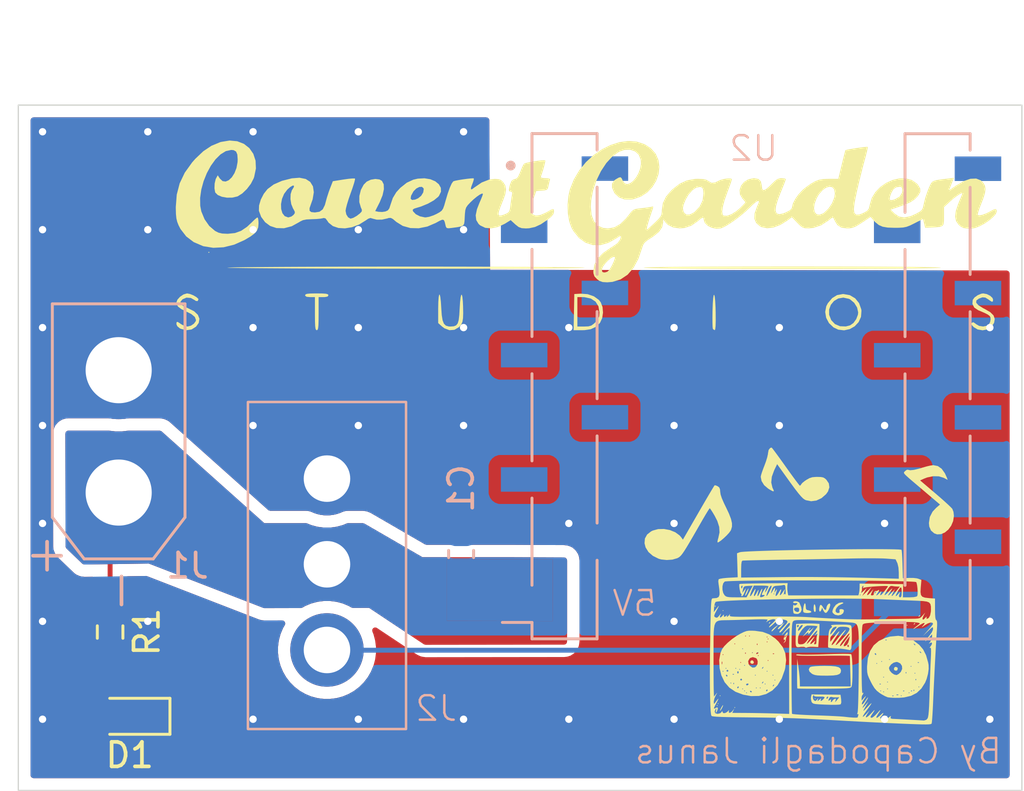
<source format=kicad_pcb>
(kicad_pcb (version 20241229) (generator "pcbnew") (generator_version "9.0")
  (layers (0 "F.Cu" signal) (2 "B.Cu" signal) (13 "F.Paste" user) (15 "B.Paste" user) (5 "F.SilkS" user "F.Silkscreen") (7 "B.SilkS" user "B.Silkscreen") (1 "F.Mask" user) (3 "B.Mask" user) (25 "Edge.Cuts" user))
  (net 0 "")
  (net 1 "GND")
  (net 2 "+5V")
  (net 3 "Net-(D1-A)")
  (net 4 "/Px")
  (footprint "LED_SMD:LED_0603_1608Metric_Pad1.05x0.95mm_HandSolder" (layer "F.Cu") (at 91.535 70.97 180)
    (property "Reference" "D1" (at -0.015 -1.59 0) (layer "F.SilkS"))
    (property "Value" "LED")
    (pad "1" smd roundrect (at -0.875 0 180) (size 1.05 0.95) (layers "F.Cu" "F.Mask" "F.Paste") (net 1 "GND"))
    (pad "2" smd roundrect (at 0.875 0 180) (size 1.05 0.95) (layers "F.Cu" "F.Mask" "F.Paste") (net 3 "Net-(D1-A)"))
  )
  (footprint "img:Logo_Covent" (layer "F.Cu") (at 110.29 51.69)
    (property "Reference" "G***" (hide yes))
    (property "Value" "LOGO" (hide yes))
  )
  (footprint "img:Dessin_CoventGarden" (layer "F.Cu") (at 119.37 65.95)
    (property "Reference" "G***" (hide yes))
    (property "Value" "LOGO" (hide yes))
  )
  (footprint "Resistor_SMD:R_0603_1608Metric_Pad0.98x0.95mm_HandSolder" (layer "F.Cu") (at 90.75 67.5275 -90)
    (property "Reference" "R1" (at 0 -1.5 90) (layer "F.SilkS"))
    (property "Value" "2k5")
    (pad "1" smd roundrect (at -0.9125 0 270) (size 0.975 0.95) (layers "F.Cu" "F.Mask" "F.Paste") (net 2 "+5V"))
    (pad "2" smd roundrect (at 0.9125 0 270) (size 0.975 0.95) (layers "F.Cu" "F.Mask" "F.Paste") (net 3 "Net-(D1-A)"))
  )
  (footprint "ESP32_SuperMini:SuperMini SMT" (layer "B.Cu") (at 116.935 57.49)
    (property "Reference" "U2" (at 0.105 -9.72 0) (layer "B.SilkS") (effects (font (thickness 0.1)) (justify mirror)))
    (property "Value" "~")
    (fp_text user "5V" (at -3.795 9.45 0) (layer "B.SilkS") (effects (font (thickness 0.1)) (justify left bottom mirror)))
    (pad "1" smd rect (at -5.97 -8.895) (size 1.9 1) (layers "B.Cu" "B.Mask" "B.Paste"))
    (pad "2" smd rect (at -9.27 -6.355) (size 1.9 1) (layers "B.Cu" "B.Mask" "B.Paste"))
    (pad "3" smd rect (at -5.97 -3.815) (size 1.9 1) (layers "B.Cu" "B.Mask" "B.Paste"))
    (pad "4" smd rect (at -9.27 -1.275) (size 1.9 1) (layers "B.Cu" "B.Mask" "B.Paste"))
    (pad "5" smd rect (at -5.97 1.265) (size 1.9 1) (layers "B.Cu" "B.Mask" "B.Paste"))
    (pad "6" smd rect (at -9.27 3.805) (size 1.9 1) (layers "B.Cu" "B.Mask" "B.Paste"))
    (pad "7" smd rect (at -5.97 6.345) (size 1.9 1) (layers "B.Cu" "B.Mask" "B.Paste") (net 1 "GND"))
    (pad "8" smd rect (at -9.27 8.885) (size 1.9 1) (layers "B.Cu" "B.Mask" "B.Paste") (net 2 "+5V"))
    (pad "9" smd rect (at 5.97 8.89) (size 1.9 1) (layers "B.Cu" "B.Mask" "B.Paste") (net 4 "/Px"))
    (pad "10" smd rect (at 9.27 6.35) (size 1.9 1) (layers "B.Cu" "B.Mask" "B.Paste"))
    (pad "11" smd rect (at 5.97 3.81) (size 1.9 1) (layers "B.Cu" "B.Mask" "B.Paste"))
    (pad "12" smd rect (at 9.27 1.27) (size 1.9 1) (layers "B.Cu" "B.Mask" "B.Paste"))
    (pad "13" smd rect (at 5.97 -1.27) (size 1.9 1) (layers "B.Cu" "B.Mask" "B.Paste"))
    (pad "14" smd rect (at 9.27 -3.81) (size 1.9 1) (layers "B.Cu" "B.Mask" "B.Paste"))
    (pad "15" smd rect (at 5.97 -6.35) (size 1.9 1) (layers "B.Cu" "B.Mask" "B.Paste"))
    (pad "16" smd rect (at 9.27 -8.89) (size 1.9 1) (layers "B.Cu" "B.Mask" "B.Paste"))
  )
  (footprint "Conn:MR30_F" (layer "B.Cu") (at 99.61 64.76 90)
    (property "Reference" "J2" (at -5.89 4.46 0) (layer "B.SilkS") (effects (font (thickness 0.1)) (justify mirror)))
    (property "Value" "Conn_01x03")
    (pad "1" thru_hole circle (at -3.5 0 90) (size 3 3) (drill 1.9) (layers "*.Cu" "*.Mask") (net 4 "/Px"))
    (pad "2" thru_hole circle (at 0 0 90) (size 3 3) (drill 1.9) (layers "*.Cu" "*.Mask") (net 2 "+5V"))
    (pad "3" thru_hole circle (at 3.5 0 90) (size 3 3) (drill 1.9) (layers "*.Cu" "*.Mask") (net 1 "GND"))
  )
  (footprint "Connector_AMASS:AMASS_XT30U-F_1x02_P5.0mm_Vertical" (layer "B.Cu") (at 91.1 61.83 90)
    (property "Reference" "J1" (at -2.99 2.81 180) (layer "B.SilkS") (effects (justify mirror)))
    (property "Value" "Conn_01x02")
    (fp_text user "-" (at -4 0 90) (layer "B.SilkS") (effects (font (size 1.5 1.5)) (justify mirror)))
    (fp_text user "+" (at -2.58 -3.04 90) (layer "B.SilkS") (effects (font (size 1.5 1.5)) (justify mirror)))
    (pad "1" thru_hole roundrect (at 0 0 90) (size 3.8 3.8) (drill 2.7) (layers "*.Cu" "*.Mask") (roundrect_rratio 0.2) (net 2 "+5V"))
    (pad "2" thru_hole circle (at 5 0 90) (size 4 4) (drill 2.7) (layers "*.Cu" "*.Mask") (net 1 "GND"))
  )
  (footprint "Capacitor_SMD:C_0603_1608Metric_Pad1.08x0.95mm_HandSolder" (layer "B.Cu") (at 105.09 64.34 90)
    (property "Reference" "C1" (at 2.68 0 90) (layer "B.SilkS") (effects (justify mirror)))
    (property "Value" "100n")
    (pad "1" smd roundrect (at -0.8625 0 90) (size 1.075 0.95) (layers "B.Cu" "B.Mask" "B.Paste") (net 2 "+5V"))
    (pad "2" smd roundrect (at 0.8625 0 90) (size 1.075 0.95) (layers "B.Cu" "B.Mask" "B.Paste") (net 1 "GND"))
  )
  (gr_rect (start 87 46) (end 128 74) (stroke (width 0.05)) (fill no) (layer "Edge.Cuts"))
  (gr_text "By Capodagli Janus\n" (at 127.25 72.98 0) (layer "B.SilkS") (effects (font (size 1 1) (thickness 0.1)) (justify left bottom mirror)))
  (via (at 118.09 63.09) (size 0.6) (drill 0.3) (layers "F.Cu" "B.Cu") (net 1))
  (via (at 105.19 71.09) (size 0.6) (drill 0.3) (layers "F.Cu" "B.Cu") (net 1))
  (via (at 113.79 71.09) (size 0.6) (drill 0.3) (layers "F.Cu" "B.Cu") (net 1))
  (via (at 87.99 47.09) (size 0.6) (drill 0.3) (layers "F.Cu" "B.Cu") (net 1))
  (via (at 122.39 71.09) (size 0.6) (drill 0.3) (layers "F.Cu" "B.Cu") (net 1))
  (via (at 87.99 55.09) (size 0.6) (drill 0.3) (layers "F.Cu" "B.Cu") (net 1))
  (via (at 100.89 71.09) (size 0.6) (drill 0.3) (layers "F.Cu" "B.Cu") (net 1))
  (via (at 87.99 51.09) (size 0.6) (drill 0.3) (layers "F.Cu" "B.Cu") (net 1))
  (via (at 87.99 71.09) (size 0.6) (drill 0.3) (layers "F.Cu" "B.Cu") (net 1))
  (via (at 126.69 71.09) (size 0.6) (drill 0.3) (layers "F.Cu" "B.Cu") (net 1))
  (via (at 109.49 63.09) (size 0.6) (drill 0.3) (layers "F.Cu" "B.Cu") (net 1))
  (via (at 118.09 71.09) (size 0.6) (drill 0.3) (layers "F.Cu" "B.Cu") (net 1))
  (via (at 92.29 67.09) (size 0.6) (drill 0.3) (layers "F.Cu" "B.Cu") (net 1))
  (via (at 96.59 59.09) (size 0.6) (drill 0.3) (layers "F.Cu" "B.Cu") (net 1))
  (via (at 96.59 55.09) (size 0.6) (drill 0.3) (layers "F.Cu" "B.Cu") (net 1))
  (via (at 113.79 63.09) (size 0.6) (drill 0.3) (layers "F.Cu" "B.Cu") (net 1))
  (via (at 118.09 67.09) (size 0.6) (drill 0.3) (layers "F.Cu" "B.Cu") (net 1))
  (via (at 105.19 47.09) (size 0.6) (drill 0.3) (layers "F.Cu" "B.Cu") (net 1))
  (via (at 118.09 55.09) (size 0.6) (drill 0.3) (layers "F.Cu" "B.Cu") (net 1))
  (via (at 92.29 51.09) (size 0.6) (drill 0.3) (layers "F.Cu" "B.Cu") (net 1))
  (via (at 105.19 59.09) (size 0.6) (drill 0.3) (layers "F.Cu" "B.Cu") (net 1))
  (via (at 113.79 59.09) (size 0.6) (drill 0.3) (layers "F.Cu" "B.Cu") (net 1))
  (via (at 92.29 47.09) (size 0.6) (drill 0.3) (layers "F.Cu" "B.Cu") (net 1))
  (via (at 105.19 51.09) (size 0.6) (drill 0.3) (layers "F.Cu" "B.Cu") (net 1))
  (via (at 113.79 55.09) (size 0.6) (drill 0.3) (layers "F.Cu" "B.Cu") (net 1))
  (via (at 122.39 59.09) (size 0.6) (drill 0.3) (layers "F.Cu" "B.Cu") (net 1))
  (via (at 100.89 47.09) (size 0.6) (drill 0.3) (layers "F.Cu" "B.Cu") (net 1))
  (via (at 96.59 71.09) (size 0.6) (drill 0.3) (layers "F.Cu" "B.Cu") (net 1))
  (via (at 100.89 59.09) (size 0.6) (drill 0.3) (layers "F.Cu" "B.Cu") (net 1))
  (via (at 118.09 59.09) (size 0.6) (drill 0.3) (layers "F.Cu" "B.Cu") (net 1))
  (via (at 96.59 51.09) (size 0.6) (drill 0.3) (layers "F.Cu" "B.Cu") (net 1))
  (via (at 105.19 55.09) (size 0.6) (drill 0.3) (layers "F.Cu" "B.Cu") (net 1))
  (via (at 126.69 67.09) (size 0.6) (drill 0.3) (layers "F.Cu" "B.Cu") (net 1))
  (via (at 126.69 55.09) (size 0.6) (drill 0.3) (layers "F.Cu" "B.Cu") (net 1))
  (via (at 100.89 55.09) (size 0.6) (drill 0.3) (layers "F.Cu" "B.Cu") (net 1))
  (via (at 113.79 67.09) (size 0.6) (drill 0.3) (layers "F.Cu" "B.Cu") (net 1))
  (via (at 87.99 67.09) (size 0.6) (drill 0.3) (layers "F.Cu" "B.Cu") (net 1))
  (via (at 122.39 63.09) (size 0.6) (drill 0.3) (layers "F.Cu" "B.Cu") (net 1))
  (via (at 87.99 63.09) (size 0.6) (drill 0.3) (layers "F.Cu" "B.Cu") (net 1))
  (via (at 109.49 55.09) (size 0.6) (drill 0.3) (layers "F.Cu" "B.Cu") (net 1))
  (via (at 96.59 47.09) (size 0.6) (drill 0.3) (layers "F.Cu" "B.Cu") (net 1))
  (via (at 87.99 59.09) (size 0.6) (drill 0.3) (layers "F.Cu" "B.Cu") (net 1))
  (via (at 100.89 51.09) (size 0.6) (drill 0.3) (layers "F.Cu" "B.Cu") (net 1))
  (via (at 109.49 71.09) (size 0.6) (drill 0.3) (layers "F.Cu" "B.Cu") (net 1))
  (segment (start 90.75 62.18) (end 91.1 61.83) (width 0.2) (layer "F.Cu") (net 2))
  (segment (start 90.75 66.615) (end 90.75 62.18) (width 0.2) (layer "F.Cu") (net 2))
  (segment (start 90.75 70.88) (end 90.66 70.97) (width 0.2) (layer "F.Cu") (net 3))
  (segment (start 90.75 68.44) (end 90.75 70.88) (width 0.2) (layer "F.Cu") (net 3))
  (segment (start 121.015 68.27) (end 122.905 66.38) (width 0.2) (layer "B.Cu") (net 4))
  (segment (start 99.61 68.26) (end 99.62 68.27) (width 0.2) (layer "B.Cu") (net 4))
  (segment (start 99.62 68.27) (end 121.015 68.27) (width 0.2) (layer "B.Cu") (net 4))
  (zone (net 0) (net_name "") (layers "F.Cu" "B.Cu") (connect_pads (clearance 0)) (min_thickness 0.25)
    (keepout (tracks allowed) (vias allowed) (pads allowed) (copperpour not_allowed) (footprints allowed))
    (fill (thermal_gap 0.5) (thermal_bridge_width 0.5))
    (polygon (pts (xy 106.24 46.27) (xy 106.274786 52.728607) (xy 127.756809 52.758596) (xy 127.78 46.3)))
  )
  (zone (net 2) (net_name "+5V") (layers "F.Cu" "B.Cu") (priority 1) (connect_pads yes (clearance 0.5)) (min_thickness 0.25) (fill yes (thermal_gap 0.5) (thermal_bridge_width 0.5))
    (polygon (pts (xy 109.42 68.042928) (xy 109.42 64.48) (xy 107.05 64.47) (xy 103.51 64.47) (xy 101.11 63.08) (xy 97.05 63.08) (xy 92.82 59.3) (xy 88.92 59.3) (xy 88.93 64.08) (xy 89.65 64.77) (xy 92.33 64.73) (xy 97.03 66.55) (xy 101.33 66.54) (xy 103.6 68.05)))
  )
  (zone (net 1) (net_name "GND") (layers "F.Cu" "B.Cu") (connect_pads yes (clearance 0.5)) (min_thickness 0.25) (fill yes (thermal_gap 0.5) (thermal_bridge_width 0.5))
    (polygon (pts (xy 86.72 46.24) (xy 128.11 46.23) (xy 128.11 73.98) (xy 86.78 73.98)))
  )
  (zone (net 2) (net_name "+5V") (layer "B.Cu") (priority 2) (connect_pads yes (clearance 0.5)) (min_thickness 0.25) (fill yes (thermal_gap 0.5) (thermal_bridge_width 0.5))
    (polygon (pts (xy 108.83 64.56) (xy 108.84 67.08) (xy 104.51 67.07) (xy 104.51 64.55)))
  )
)
</source>
